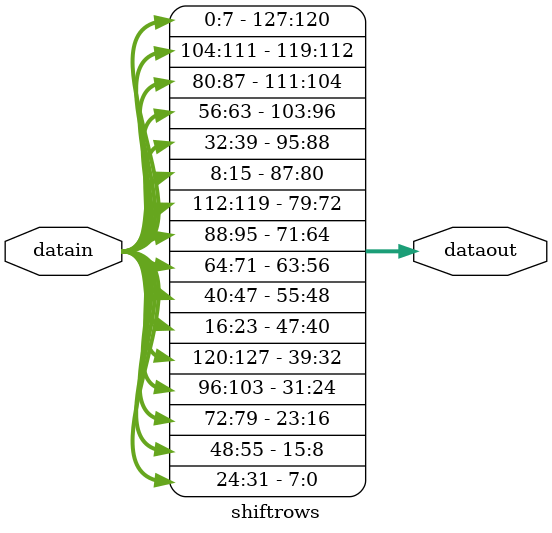
<source format=v>
module shiftrows(datain,dataout);

input [0:127] datain;
output [0:127] dataout;

assign dataout[0:7] = datain[0:7];  
assign dataout[32:39] = datain[32:39];
assign dataout[64:71] = datain[64:71];
assign dataout[96:103] = datain[96:103];

assign dataout[40:47] = datain[8:15];
assign dataout[72:79] = datain[40:47];
assign dataout[104:111] = datain[72:79];
assign dataout[8:15] = datain[104:111];

assign dataout[16:23] = datain[80:87];
assign dataout[48:55] = datain[112:119];
assign dataout[80:87] = datain[16:23];
assign dataout[112:119] = datain[48:55];

assign dataout[24:31] = datain[56:63]; 
assign dataout[56:63] = datain[88:95];
assign dataout[88:95] = datain[120:127];
assign dataout[120:127] = datain[24:31];

endmodule
</source>
